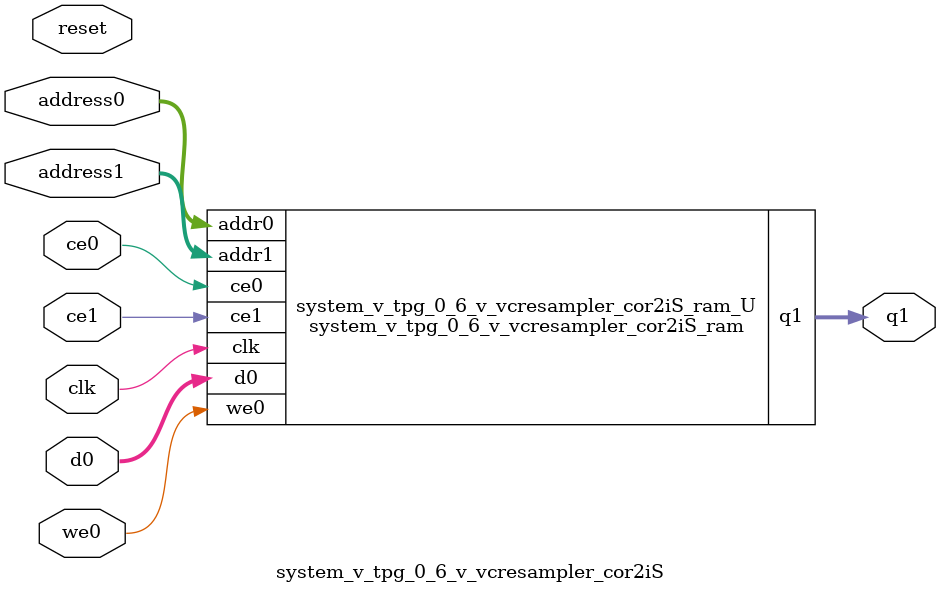
<source format=v>
`timescale 1 ns / 1 ps
module system_v_tpg_0_6_v_vcresampler_cor2iS_ram (addr0, ce0, d0, we0, addr1, ce1, q1,  clk);

parameter DWIDTH = 8;
parameter AWIDTH = 12;
parameter MEM_SIZE = 3840;

input[AWIDTH-1:0] addr0;
input ce0;
input[DWIDTH-1:0] d0;
input we0;
input[AWIDTH-1:0] addr1;
input ce1;
output reg[DWIDTH-1:0] q1;
input clk;

(* ram_style = "block" *)reg [DWIDTH-1:0] ram[0:MEM_SIZE-1];




always @(posedge clk)  
begin 
    if (ce0) begin
        if (we0) 
            ram[addr0] <= d0; 
    end
end


always @(posedge clk)  
begin 
    if (ce1) begin
        q1 <= ram[addr1];
    end
end


endmodule

`timescale 1 ns / 1 ps
module system_v_tpg_0_6_v_vcresampler_cor2iS(
    reset,
    clk,
    address0,
    ce0,
    we0,
    d0,
    address1,
    ce1,
    q1);

parameter DataWidth = 32'd8;
parameter AddressRange = 32'd3840;
parameter AddressWidth = 32'd12;
input reset;
input clk;
input[AddressWidth - 1:0] address0;
input ce0;
input we0;
input[DataWidth - 1:0] d0;
input[AddressWidth - 1:0] address1;
input ce1;
output[DataWidth - 1:0] q1;



system_v_tpg_0_6_v_vcresampler_cor2iS_ram system_v_tpg_0_6_v_vcresampler_cor2iS_ram_U(
    .clk( clk ),
    .addr0( address0 ),
    .ce0( ce0 ),
    .we0( we0 ),
    .d0( d0 ),
    .addr1( address1 ),
    .ce1( ce1 ),
    .q1( q1 ));

endmodule


</source>
